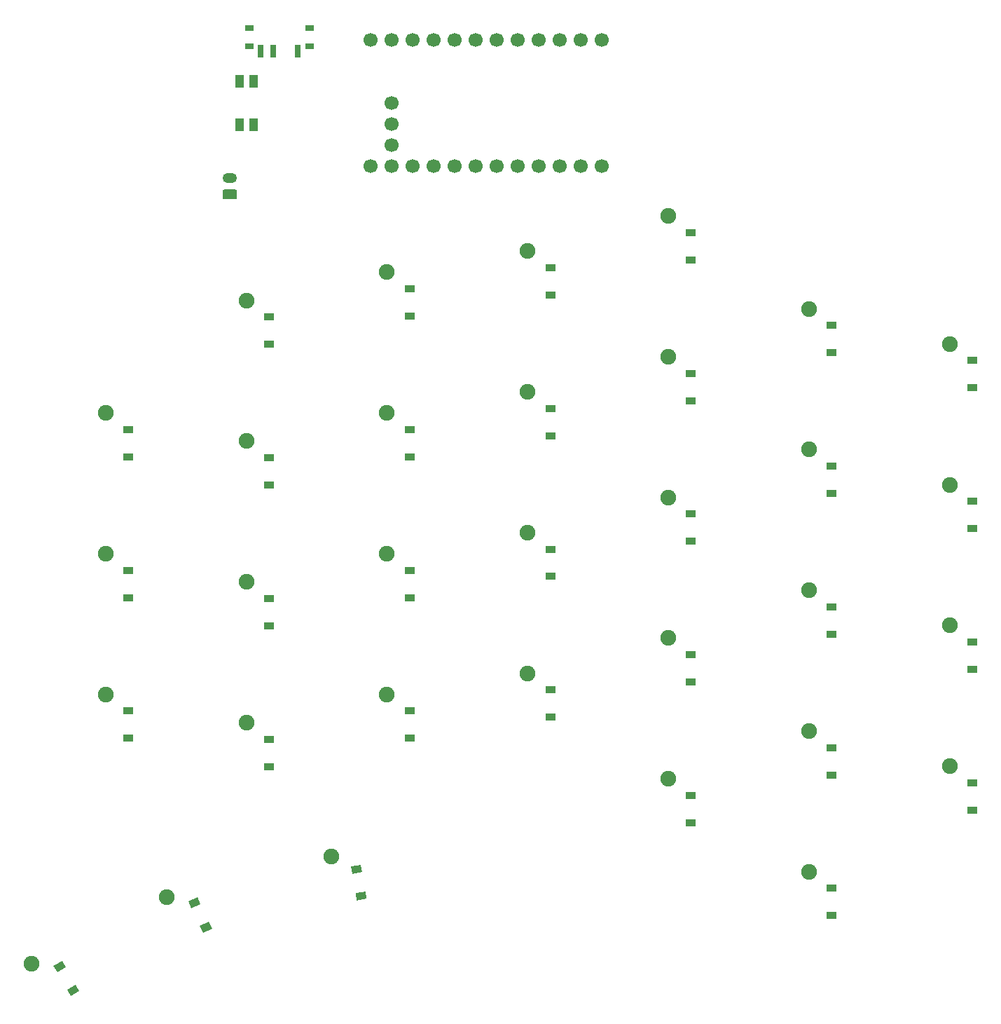
<source format=gtl>
G04 #@! TF.GenerationSoftware,KiCad,Pcbnew,9.0.7+1*
G04 #@! TF.CreationDate,2026-02-15T05:04:06+00:00*
G04 #@! TF.ProjectId,right_pcb,72696768-745f-4706-9362-2e6b69636164,v0.2*
G04 #@! TF.SameCoordinates,Original*
G04 #@! TF.FileFunction,Copper,L1,Top*
G04 #@! TF.FilePolarity,Positive*
%FSLAX46Y46*%
G04 Gerber Fmt 4.6, Leading zero omitted, Abs format (unit mm)*
G04 Created by KiCad (PCBNEW 9.0.7+1) date 2026-02-15 05:04:06*
%MOMM*%
%LPD*%
G01*
G04 APERTURE LIST*
G04 #@! TA.AperFunction,ComponentPad*
%ADD10C,1.900000*%
G04 #@! TD*
G04 #@! TA.AperFunction,SMDPad,CuDef*
%ADD11R,1.200000X0.900000*%
G04 #@! TD*
G04 #@! TA.AperFunction,ComponentPad*
%ADD12C,1.700000*%
G04 #@! TD*
G04 #@! TA.AperFunction,ComponentPad*
%ADD13O,1.750000X1.200000*%
G04 #@! TD*
G04 #@! TA.AperFunction,SMDPad,CuDef*
%ADD14R,1.000000X1.550000*%
G04 #@! TD*
G04 #@! TA.AperFunction,SMDPad,CuDef*
%ADD15R,1.000000X0.800000*%
G04 #@! TD*
G04 #@! TA.AperFunction,SMDPad,CuDef*
%ADD16R,0.700000X1.500000*%
G04 #@! TD*
G04 APERTURE END LIST*
D10*
X310000000Y-127850000D03*
X310000000Y-110850000D03*
X310000000Y-93850000D03*
X310000000Y-76850000D03*
X293000000Y-140600000D03*
X293000000Y-123600000D03*
X293000000Y-106600000D03*
X293000000Y-89600000D03*
X293000000Y-72600000D03*
X276000000Y-129380000D03*
X276000000Y-112380000D03*
X276000000Y-95380000D03*
X276000000Y-78380000D03*
X276000000Y-61380000D03*
X259000000Y-116630000D03*
X259000000Y-99630000D03*
X259000000Y-82630000D03*
X259000000Y-65630000D03*
X242000000Y-119180000D03*
X242000000Y-102180000D03*
X242000000Y-85180000D03*
X242000000Y-68180000D03*
X225000000Y-122580000D03*
X225000000Y-105580000D03*
X225000000Y-88580000D03*
X225000000Y-71580000D03*
X208000000Y-119180000D03*
X208000000Y-102180000D03*
X208000000Y-85180000D03*
X235249751Y-138789999D03*
X215384327Y-143684938D03*
X199061822Y-151690139D03*
D11*
X312750000Y-129850000D03*
X312750000Y-133150000D03*
X312750000Y-112850000D03*
X312750000Y-116150000D03*
X312750000Y-95850000D03*
X312750000Y-99150000D03*
X312750000Y-78850000D03*
X312750000Y-82150000D03*
X295750000Y-142600000D03*
X295750000Y-145900000D03*
X295750000Y-125600000D03*
X295750000Y-128900000D03*
X295750000Y-108600000D03*
X295750000Y-111900000D03*
X295750000Y-91600000D03*
X295750000Y-94900000D03*
X295750000Y-74600000D03*
X295750000Y-77900000D03*
X278750000Y-131380000D03*
X278750000Y-134680000D03*
X278750000Y-114380000D03*
X278750000Y-117680000D03*
X278750000Y-97380000D03*
X278750000Y-100680000D03*
X278750000Y-80380000D03*
X278750000Y-83680000D03*
X278750000Y-63380000D03*
X278750000Y-66680000D03*
X261750000Y-118630000D03*
X261750000Y-121930000D03*
X261750000Y-101630000D03*
X261750000Y-104930000D03*
X261750000Y-84630000D03*
X261750000Y-87930000D03*
X261750000Y-67630000D03*
X261750000Y-70930000D03*
X244750000Y-121180000D03*
X244750000Y-124480000D03*
X244750000Y-104180000D03*
X244750000Y-107480000D03*
X244750000Y-87180000D03*
X244750000Y-90480000D03*
X244750000Y-70180000D03*
X244750000Y-73480000D03*
X227750000Y-124580000D03*
X227750000Y-127880000D03*
X227750000Y-107580000D03*
X227750000Y-110880000D03*
X227750000Y-90580000D03*
X227750000Y-93880000D03*
X227750000Y-73580000D03*
X227750000Y-76880000D03*
X210750000Y-121180000D03*
X210750000Y-124480000D03*
X210750000Y-104180000D03*
X210750000Y-107480000D03*
X210750000Y-87180000D03*
X210750000Y-90480000D03*
G04 #@! TA.AperFunction,SMDPad,CuDef*
G36*
X237636243Y-139943107D02*
G01*
X238818012Y-139734730D01*
X238974295Y-140621057D01*
X237792526Y-140829434D01*
X237636243Y-139943107D01*
G37*
G04 #@! TD.AperFunction*
G04 #@! TA.AperFunction,SMDPad,CuDef*
G36*
X238209281Y-143192973D02*
G01*
X239391050Y-142984596D01*
X239547333Y-143870923D01*
X238365564Y-144079300D01*
X238209281Y-143192973D01*
G37*
G04 #@! TD.AperFunction*
G04 #@! TA.AperFunction,SMDPad,CuDef*
G36*
X217987947Y-144181085D02*
G01*
X219075516Y-143673944D01*
X219455873Y-144489621D01*
X218368304Y-144996762D01*
X217987947Y-144181085D01*
G37*
G04 #@! TD.AperFunction*
G04 #@! TA.AperFunction,SMDPad,CuDef*
G36*
X219382587Y-147171901D02*
G01*
X220470156Y-146664760D01*
X220850513Y-147480437D01*
X219762944Y-147987578D01*
X219382587Y-147171901D01*
G37*
G04 #@! TD.AperFunction*
G04 #@! TA.AperFunction,SMDPad,CuDef*
G36*
X201698777Y-151957479D02*
G01*
X202738007Y-151357479D01*
X203188007Y-152136901D01*
X202148777Y-152736901D01*
X201698777Y-151957479D01*
G37*
G04 #@! TD.AperFunction*
G04 #@! TA.AperFunction,SMDPad,CuDef*
G36*
X203348777Y-154815363D02*
G01*
X204388007Y-154215363D01*
X204838007Y-154994785D01*
X203798777Y-155594785D01*
X203348777Y-154815363D01*
G37*
G04 #@! TD.AperFunction*
D12*
X267950000Y-40150000D03*
X267950000Y-55390000D03*
X265410000Y-40150000D03*
X265410000Y-55390000D03*
X262870000Y-40150000D03*
X262870000Y-55390000D03*
X260330000Y-40150000D03*
X260330000Y-55390000D03*
X257790000Y-40150000D03*
X257790000Y-55390000D03*
X255250000Y-40150000D03*
X255250000Y-55390000D03*
X252710000Y-40150000D03*
X252710000Y-55390000D03*
X250170000Y-40150000D03*
X250170000Y-55390000D03*
X247630000Y-40150000D03*
X247630000Y-55390000D03*
X245090000Y-40150000D03*
X245090000Y-55390000D03*
X242550000Y-40150000D03*
X242550000Y-55390000D03*
X240010000Y-40150000D03*
X240010000Y-55390000D03*
X242550000Y-52850000D03*
X242550000Y-50310000D03*
X242550000Y-47770000D03*
G04 #@! TA.AperFunction,ComponentPad*
G36*
G01*
X223635000Y-59370000D02*
X222365000Y-59370000D01*
G75*
G02*
X222125000Y-59130000I0J240000D01*
G01*
X222125000Y-58410000D01*
G75*
G02*
X222365000Y-58170000I240000J0D01*
G01*
X223635000Y-58170000D01*
G75*
G02*
X223875000Y-58410000I0J-240000D01*
G01*
X223875000Y-59130000D01*
G75*
G02*
X223635000Y-59370000I-240000J0D01*
G01*
G37*
G04 #@! TD.AperFunction*
D13*
X223000000Y-56770000D03*
D14*
X224150000Y-45145000D03*
X225850000Y-45145000D03*
X224150000Y-50395000D03*
X225850000Y-50395000D03*
D15*
X225350000Y-38645000D03*
X225350000Y-40855000D03*
X232650000Y-40855000D03*
X232650000Y-38645000D03*
D16*
X231250000Y-41505000D03*
X228250000Y-41505000D03*
X226750000Y-41505000D03*
M02*

</source>
